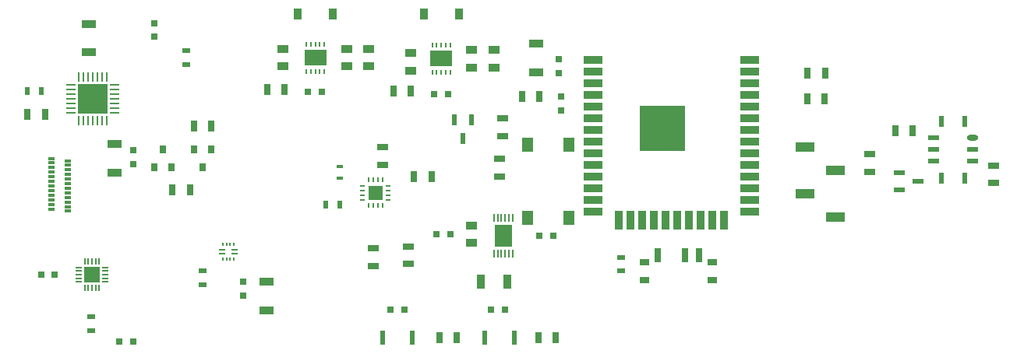
<source format=gtp>
G04*
G04 #@! TF.GenerationSoftware,Altium Limited,Altium Designer,18.1.9 (240)*
G04*
G04 Layer_Color=8421504*
%FSLAX25Y25*%
%MOIN*%
G70*
G01*
G75*
%ADD16R,0.07677X0.09646*%
%ADD17O,0.00787X0.03543*%
%ADD18R,0.02756X0.05118*%
%ADD19R,0.19685X0.19685*%
%ADD20R,0.07874X0.03543*%
%ADD21R,0.03543X0.07874*%
%ADD22R,0.05118X0.02756*%
%ADD23R,0.07874X0.03937*%
%ADD24R,0.01063X0.03976*%
%ADD25R,0.03976X0.01063*%
%ADD26R,0.12795X0.12795*%
%ADD27R,0.06693X0.06693*%
%ADD28R,0.00787X0.02953*%
%ADD29R,0.02953X0.00787*%
%ADD30R,0.03150X0.03150*%
%ADD31R,0.03543X0.06299*%
%ADD32R,0.03543X0.02362*%
%ADD33R,0.05118X0.06102*%
%ADD34R,0.03543X0.05118*%
%ADD35R,0.06299X0.06299*%
%ADD36O,0.02362X0.00984*%
%ADD37R,0.02362X0.00984*%
%ADD38R,0.00984X0.02362*%
%ADD39R,0.03150X0.03543*%
%ADD40O,0.02756X0.00787*%
%ADD41R,0.02756X0.00787*%
%ADD42R,0.00787X0.01772*%
%ADD43R,0.00945X0.02362*%
%ADD44R,0.09400X0.06500*%
%ADD45R,0.04724X0.02362*%
%ADD46O,0.04724X0.02362*%
%ADD47R,0.02362X0.04724*%
%ADD48R,0.02165X0.05906*%
%ADD49R,0.02756X0.01181*%
%ADD50R,0.05118X0.03543*%
%ADD51R,0.02362X0.03543*%
%ADD52R,0.02402X0.04646*%
%ADD53R,0.03150X0.03150*%
%ADD54R,0.06299X0.03543*%
%ADD55R,0.04646X0.02402*%
%ADD56R,0.02756X0.05906*%
%ADD57R,0.03937X0.03150*%
%ADD58R,0.03150X0.01181*%
G36*
X50039Y-46535D02*
X45512D01*
Y-42008D01*
X50039D01*
Y-46535D01*
D02*
G37*
G36*
X55988Y-46539D02*
X51461D01*
Y-42004D01*
X55988D01*
Y-46539D01*
D02*
G37*
G36*
X50042Y-52483D02*
X45508D01*
Y-47957D01*
X50042D01*
Y-52483D01*
D02*
G37*
G36*
X55990Y-52486D02*
X51457D01*
Y-47953D01*
X55990D01*
Y-52486D01*
D02*
G37*
G36*
X52492Y-124767D02*
X48254D01*
Y-120529D01*
X52492D01*
Y-124767D01*
D02*
G37*
G36*
X300516Y-66279D02*
X288056D01*
Y-53815D01*
X300516D01*
Y-66279D01*
D02*
G37*
G36*
X229827Y-105606D02*
X226669D01*
Y-101669D01*
X229827D01*
Y-105606D01*
D02*
G37*
G36*
X225886Y-105610D02*
X222729D01*
Y-101666D01*
X225886D01*
Y-105610D01*
D02*
G37*
G36*
X229822Y-110336D02*
X226674D01*
Y-106398D01*
X229822D01*
Y-110336D01*
D02*
G37*
G36*
X225881Y-110340D02*
X222733D01*
X222733Y-106394D01*
X225881D01*
Y-110340D01*
D02*
G37*
D16*
X226279Y-106004D02*
D03*
D17*
X230217Y-113681D02*
D03*
X228642D02*
D03*
X227067D02*
D03*
X225492D02*
D03*
X223917D02*
D03*
X222342D02*
D03*
Y-98327D02*
D03*
X223917D02*
D03*
X225492D02*
D03*
X227067D02*
D03*
X228642D02*
D03*
X230217D02*
D03*
D18*
X234367Y-46260D02*
D03*
X241848D02*
D03*
X206496Y-149606D02*
D03*
X199016D02*
D03*
X248819D02*
D03*
X241339D02*
D03*
X363721Y-47244D02*
D03*
X356241D02*
D03*
X363976Y-36417D02*
D03*
X356496D02*
D03*
X179331Y-44035D02*
D03*
X186811D02*
D03*
X30315Y-54134D02*
D03*
X22835D02*
D03*
X92323Y-86279D02*
D03*
X84842D02*
D03*
X93898Y-59055D02*
D03*
X101378D02*
D03*
X393898Y-61024D02*
D03*
X401378D02*
D03*
X132677Y-43307D02*
D03*
X125197D02*
D03*
X195669Y-80709D02*
D03*
X188189D02*
D03*
D19*
X294291Y-60039D02*
D03*
D20*
X264764Y-30512D02*
D03*
Y-35512D02*
D03*
Y-40512D02*
D03*
Y-45512D02*
D03*
Y-50512D02*
D03*
Y-55512D02*
D03*
Y-60512D02*
D03*
Y-65512D02*
D03*
Y-70512D02*
D03*
Y-75512D02*
D03*
Y-80512D02*
D03*
Y-85512D02*
D03*
Y-90512D02*
D03*
Y-95512D02*
D03*
X331693D02*
D03*
Y-90512D02*
D03*
Y-85512D02*
D03*
Y-80512D02*
D03*
Y-75512D02*
D03*
Y-70512D02*
D03*
Y-65512D02*
D03*
Y-60512D02*
D03*
Y-55512D02*
D03*
Y-50512D02*
D03*
Y-45512D02*
D03*
Y-40512D02*
D03*
Y-35512D02*
D03*
Y-30512D02*
D03*
D21*
X275728Y-99449D02*
D03*
X280728D02*
D03*
X285728D02*
D03*
X290728D02*
D03*
X295728D02*
D03*
X300728D02*
D03*
X305728D02*
D03*
X310728D02*
D03*
X315728D02*
D03*
X320728D02*
D03*
D22*
X436024Y-75984D02*
D03*
Y-83465D02*
D03*
X170669Y-111417D02*
D03*
Y-118898D02*
D03*
X224626Y-73032D02*
D03*
Y-80512D02*
D03*
X226083Y-63189D02*
D03*
Y-55709D02*
D03*
X382874Y-71063D02*
D03*
Y-78543D02*
D03*
X185558Y-118012D02*
D03*
Y-110531D02*
D03*
X174606Y-75512D02*
D03*
Y-68032D02*
D03*
D23*
X368307Y-97913D02*
D03*
D03*
X355315Y-87913D02*
D03*
X368307Y-77913D02*
D03*
X355315Y-67913D02*
D03*
D24*
X44842Y-56535D02*
D03*
X46811D02*
D03*
X48779D02*
D03*
X50748D02*
D03*
X52716D02*
D03*
X54685D02*
D03*
X56653D02*
D03*
Y-37953D02*
D03*
X54685D02*
D03*
X52716D02*
D03*
X50748D02*
D03*
X48779D02*
D03*
X46811D02*
D03*
X44842D02*
D03*
D25*
X60039Y-53150D02*
D03*
Y-51181D02*
D03*
Y-49213D02*
D03*
Y-47244D02*
D03*
Y-45276D02*
D03*
Y-43307D02*
D03*
Y-41339D02*
D03*
X41457D02*
D03*
Y-43307D02*
D03*
Y-45276D02*
D03*
Y-47244D02*
D03*
Y-49213D02*
D03*
Y-51181D02*
D03*
Y-53150D02*
D03*
D26*
X50748Y-47244D02*
D03*
D27*
X50374Y-122648D02*
D03*
D28*
X47224Y-116919D02*
D03*
X48799D02*
D03*
X50374D02*
D03*
X51949D02*
D03*
X53524D02*
D03*
Y-128376D02*
D03*
X51949D02*
D03*
X50374D02*
D03*
X48799D02*
D03*
X47224D02*
D03*
D29*
X56102Y-119498D02*
D03*
Y-121073D02*
D03*
Y-122648D02*
D03*
Y-124223D02*
D03*
Y-125797D02*
D03*
X44646D02*
D03*
Y-124223D02*
D03*
Y-122648D02*
D03*
Y-121073D02*
D03*
Y-119498D02*
D03*
D30*
X178150Y-137795D02*
D03*
X184055D02*
D03*
X247753Y-106004D02*
D03*
X241848D02*
D03*
X28543Y-122567D02*
D03*
X34449D02*
D03*
X196850Y-45276D02*
D03*
X202756D02*
D03*
X62008Y-151450D02*
D03*
X67913D02*
D03*
X227024Y-137795D02*
D03*
X221118D02*
D03*
X142717Y-44291D02*
D03*
X148622D02*
D03*
X197835Y-105315D02*
D03*
X203740D02*
D03*
D31*
X216752Y-125797D02*
D03*
X228169D02*
D03*
D32*
X276575Y-115157D02*
D03*
Y-121063D02*
D03*
X97638Y-126969D02*
D03*
Y-121063D02*
D03*
X90551Y-26575D02*
D03*
Y-32480D02*
D03*
X50132Y-146653D02*
D03*
Y-140748D02*
D03*
D33*
X236663Y-98327D02*
D03*
Y-67027D02*
D03*
X254380Y-98327D02*
D03*
Y-67027D02*
D03*
D34*
X207283Y-10925D02*
D03*
X192323D02*
D03*
X138386D02*
D03*
X153347D02*
D03*
D35*
X171653Y-87598D02*
D03*
D36*
X177165Y-90551D02*
D03*
D37*
Y-88583D02*
D03*
Y-86614D02*
D03*
Y-84646D02*
D03*
X166142D02*
D03*
Y-86614D02*
D03*
Y-88583D02*
D03*
Y-90551D02*
D03*
D38*
X174606Y-82087D02*
D03*
X172638D02*
D03*
X170669D02*
D03*
X168701D02*
D03*
Y-93110D02*
D03*
X170669D02*
D03*
X172638D02*
D03*
X174606D02*
D03*
D39*
X93898Y-68898D02*
D03*
X101378D02*
D03*
X97638Y-76772D02*
D03*
X84449D02*
D03*
X76968D02*
D03*
X80709Y-68898D02*
D03*
D40*
X111221Y-113681D02*
D03*
D41*
Y-112106D02*
D03*
X106102D02*
D03*
Y-113681D02*
D03*
D42*
X111024Y-109547D02*
D03*
X109449D02*
D03*
X107874D02*
D03*
X106299D02*
D03*
X106299Y-115847D02*
D03*
X107874D02*
D03*
X109449D02*
D03*
X111024D02*
D03*
D43*
X149803Y-23924D02*
D03*
X147835D02*
D03*
X145866D02*
D03*
X143898D02*
D03*
X141929D02*
D03*
Y-35524D02*
D03*
X143898D02*
D03*
X145866D02*
D03*
X147835D02*
D03*
X149803D02*
D03*
X203740Y-35918D02*
D03*
X201772D02*
D03*
X199803D02*
D03*
X197835D02*
D03*
X195866D02*
D03*
Y-24318D02*
D03*
X197835D02*
D03*
X199803D02*
D03*
X201772D02*
D03*
X203740D02*
D03*
D44*
X145866Y-29724D02*
D03*
X199803Y-30118D02*
D03*
D45*
X427165Y-73898D02*
D03*
Y-68898D02*
D03*
X410433Y-63898D02*
D03*
Y-68898D02*
D03*
Y-73898D02*
D03*
D46*
X427165Y-63898D02*
D03*
D47*
X423799Y-56850D02*
D03*
X413799D02*
D03*
Y-81417D02*
D03*
X423799D02*
D03*
D48*
X174705Y-149606D02*
D03*
X187500D02*
D03*
X218228D02*
D03*
X231024D02*
D03*
D49*
X40000Y-95473D02*
D03*
Y-93504D02*
D03*
Y-91536D02*
D03*
Y-89567D02*
D03*
Y-87598D02*
D03*
Y-85630D02*
D03*
Y-83661D02*
D03*
Y-81693D02*
D03*
Y-79724D02*
D03*
Y-77756D02*
D03*
Y-75787D02*
D03*
Y-73819D02*
D03*
X33110Y-72835D02*
D03*
Y-74803D02*
D03*
Y-76772D02*
D03*
Y-78740D02*
D03*
Y-80709D02*
D03*
Y-82677D02*
D03*
Y-84646D02*
D03*
Y-86614D02*
D03*
Y-88583D02*
D03*
Y-90551D02*
D03*
Y-92520D02*
D03*
Y-94488D02*
D03*
D50*
X222342Y-33858D02*
D03*
Y-26378D02*
D03*
X212598Y-33858D02*
D03*
Y-26378D02*
D03*
X186811Y-35236D02*
D03*
Y-27756D02*
D03*
X168826Y-33465D02*
D03*
Y-25984D02*
D03*
X159449Y-33465D02*
D03*
Y-25984D02*
D03*
X131890Y-25984D02*
D03*
Y-33465D02*
D03*
X212795Y-101575D02*
D03*
Y-109055D02*
D03*
D51*
X22638Y-44035D02*
D03*
X28543D02*
D03*
X156299Y-92520D02*
D03*
X150394D02*
D03*
D52*
X212657Y-56299D02*
D03*
X205453D02*
D03*
X209055Y-64370D02*
D03*
D53*
X115157Y-125787D02*
D03*
Y-131693D02*
D03*
X250000Y-36220D02*
D03*
Y-30315D02*
D03*
X250984Y-46260D02*
D03*
Y-52165D02*
D03*
X76870Y-20768D02*
D03*
Y-14862D02*
D03*
X67913Y-69291D02*
D03*
Y-75197D02*
D03*
D54*
X125000Y-137992D02*
D03*
Y-125787D02*
D03*
X240354Y-23622D02*
D03*
Y-35827D02*
D03*
X49114Y-15157D02*
D03*
Y-27362D02*
D03*
X60039Y-78937D02*
D03*
Y-66732D02*
D03*
D55*
X395571Y-79075D02*
D03*
Y-86279D02*
D03*
X403642Y-82677D02*
D03*
D56*
X304134Y-114183D02*
D03*
X292323D02*
D03*
X310039D02*
D03*
D57*
X286811Y-124872D02*
D03*
X315551D02*
D03*
X286811Y-117274D02*
D03*
X315551D02*
D03*
D58*
X156496Y-81299D02*
D03*
Y-76181D02*
D03*
M02*

</source>
